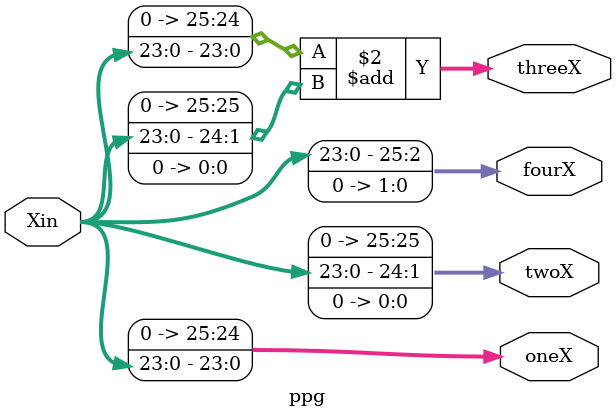
<source format=sv>
module ppg #(
  localparam int unsigned WIDTH = 24)
 (
  input  logic [WIDTH - 1:0]         Xin, //24 bits
  output logic [WIDTH + 2 - 1:0]    oneX, //26 bits
  output logic [WIDTH + 2 - 1:0]    twoX, //26 bits
  output logic [WIDTH + 2 - 1:0]  threeX, //26 bits
  output logic [WIDTH + 2 - 1:0]   fourX  //26 bits
  );

assign oneX = Xin;
assign twoX = Xin << 1;
assign threeX = oneX + twoX;
assign fourX = Xin << 2;

endmodule
</source>
